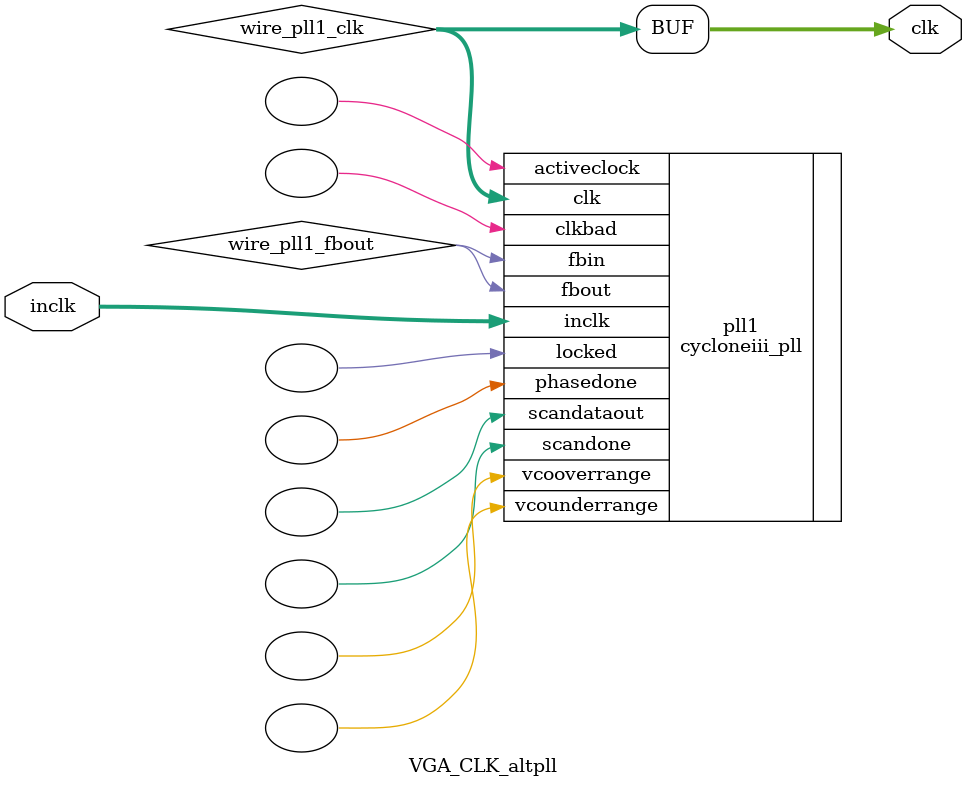
<source format=v>






//synthesis_resources = cycloneiii_pll 1 
//synopsys translate_off
`timescale 1 ps / 1 ps
//synopsys translate_on
module  VGA_CLK_altpll
	( 
	clk,
	inclk) /* synthesis synthesis_clearbox=1 */;
	output   [4:0]  clk;
	input   [1:0]  inclk;
`ifndef ALTERA_RESERVED_QIS
// synopsys translate_off
`endif
	tri0   [1:0]  inclk;
`ifndef ALTERA_RESERVED_QIS
// synopsys translate_on
`endif

	wire  [4:0]   wire_pll1_clk;
	wire  wire_pll1_fbout;

	cycloneiii_pll   pll1
	( 
	.activeclock(),
	.clk(wire_pll1_clk),
	.clkbad(),
	.fbin(wire_pll1_fbout),
	.fbout(wire_pll1_fbout),
	.inclk(inclk),
	.locked(),
	.phasedone(),
	.scandataout(),
	.scandone(),
	.vcooverrange(),
	.vcounderrange()
	`ifndef FORMAL_VERIFICATION
	// synopsys translate_off
	`endif
	,
	.areset(1'b0),
	.clkswitch(1'b0),
	.configupdate(1'b0),
	.pfdena(1'b1),
	.phasecounterselect({3{1'b0}}),
	.phasestep(1'b0),
	.phaseupdown(1'b0),
	.scanclk(1'b0),
	.scanclkena(1'b1),
	.scandata(1'b0)
	`ifndef FORMAL_VERIFICATION
	// synopsys translate_on
	`endif
	);
	defparam
		pll1.bandwidth_type = "auto",
		pll1.clk0_divide_by = 2,
		pll1.clk0_duty_cycle = 50,
		pll1.clk0_multiply_by = 1,
		pll1.clk0_phase_shift = "0",
		pll1.compensate_clock = "clk0",
		pll1.inclk0_input_frequency = 20000,
		pll1.operation_mode = "normal",
		pll1.pll_type = "auto",
		pll1.lpm_type = "cycloneiii_pll";
	assign
		clk = {wire_pll1_clk[4:0]};
endmodule //VGA_CLK_altpll
//VALID FILE

</source>
